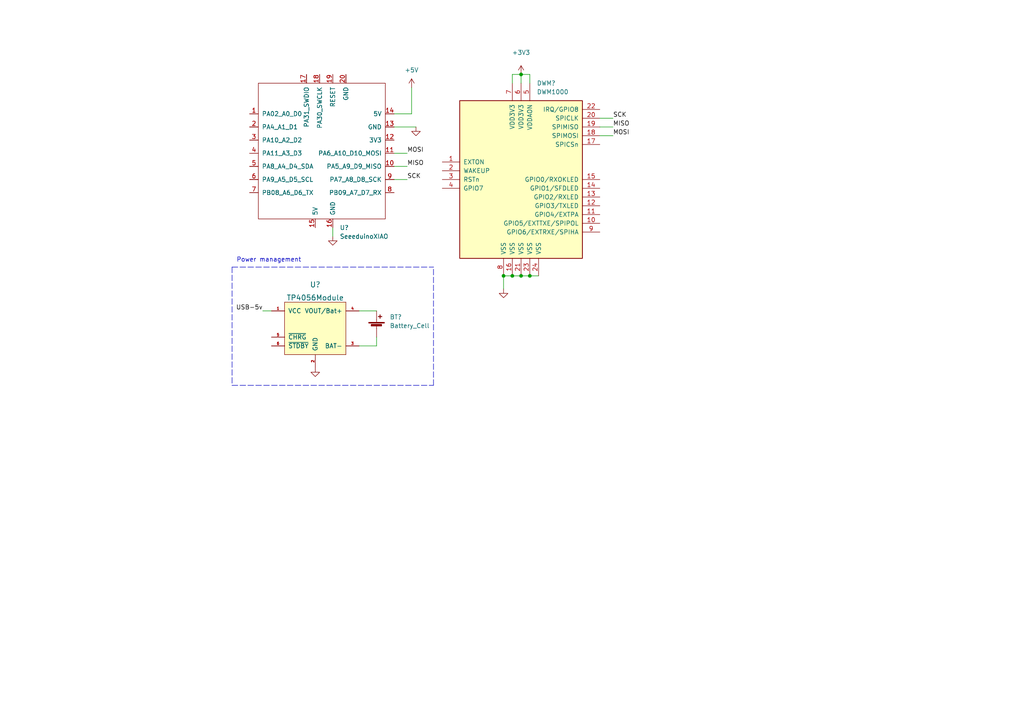
<source format=kicad_sch>
(kicad_sch (version 20211123) (generator eeschema)
  (paper "A4")
  (lib_symbols
    (symbol "Device:Battery_Cell" (pin_numbers hide) (pin_names (offset 0) hide)
      (property "Reference" "BT" (at 2.54 2.54 0))
      (property "Value" "Battery_Cell" (at 2.54 0 0))
      (symbol "Battery_Cell_0_1"
        (rectangle (start -2.286 1.778) (end 2.286 1.524) (fill (type outline)))
        (rectangle (start -1.5748 1.1938) (end 1.4732 0.6858) (fill (type outline)))
        (polyline (pts (xy 0 0.762) (xy 0 0)))
        (polyline (pts (xy 0 1.778) (xy 0 2.54)))
        (polyline (pts (xy 0.508 3.429) (xy 1.524 3.429)) (stroke (width 0.254)))
        (polyline (pts (xy 1.016 3.937) (xy 1.016 2.921)) (stroke (width 0.254)))
      )
      (symbol "Battery_Cell_1_1"
        (pin passive line (at 0 5.08 270) (length 2.54) (name "+") (number "1"))
        (pin passive line (at 0 -2.54 90) (length 2.54) (name "-") (number "2"))
      )
    )
    (symbol "RF_Module:DWM1000" (pin_names (offset 1.016))
      (property "Reference" "DWM" (at 7.62 25.4 0))
      (property "Value" "DWM1000" (at 1.27 3.81 0))
      (symbol "DWM1000_0_1"
        (rectangle (start 17.78 22.86) (end -17.78 -22.86) (stroke (width 0.254)) (fill (type background)))
      )
      (symbol "DWM1000_1_1"
        (pin output line (at -22.86 5.08 0) (length 5.08) (name "EXTON") (number "1"))
        (pin bidirectional line (at 22.86 -12.7 180) (length 5.08) (name "GPIO5/EXTTXE/SPIPOL") (number "10"))
        (pin bidirectional line (at 22.86 -10.16 180) (length 5.08) (name "GPIO4/EXTPA") (number "11"))
        (pin bidirectional line (at 22.86 -7.62 180) (length 5.08) (name "GPIO3/TXLED") (number "12"))
        (pin bidirectional line (at 22.86 -5.08 180) (length 5.08) (name "GPIO2/RXLED") (number "13"))
        (pin bidirectional line (at 22.86 -2.54 180) (length 5.08) (name "GPIO1/SFDLED") (number "14"))
        (pin bidirectional line (at 22.86 0 180) (length 5.08) (name "GPIO0/RXOKLED") (number "15"))
        (pin power_in line (at -2.54 -27.94 90) (length 5.08) (name "VSS") (number "16"))
        (pin input line (at 22.86 10.16 180) (length 5.08) (name "SPICSn") (number "17"))
        (pin input line (at 22.86 12.7 180) (length 5.08) (name "SPIMOSI") (number "18"))
        (pin output line (at 22.86 15.24 180) (length 5.08) (name "SPIMISO") (number "19"))
        (pin bidirectional line (at -22.86 2.54 0) (length 5.08) (name "WAKEUP") (number "2"))
        (pin input line (at 22.86 17.78 180) (length 5.08) (name "SPICLK") (number "20"))
        (pin power_in line (at 0 -27.94 90) (length 5.08) (name "VSS") (number "21"))
        (pin bidirectional line (at 22.86 20.32 180) (length 5.08) (name "IRQ/GPIO8") (number "22"))
        (pin power_in line (at 2.54 -27.94 90) (length 5.08) (name "VSS") (number "23"))
        (pin power_in line (at 5.08 -27.94 90) (length 5.08) (name "VSS") (number "24"))
        (pin bidirectional line (at -22.86 0 0) (length 5.08) (name "RSTn") (number "3"))
        (pin bidirectional line (at -22.86 -2.54 0) (length 5.08) (name "GPIO7") (number "4"))
        (pin power_in line (at 2.54 27.94 270) (length 5.08) (name "VDDAON") (number "5"))
        (pin power_in line (at 0 27.94 270) (length 5.08) (name "VDD3V3") (number "6"))
        (pin power_in line (at -2.54 27.94 270) (length 5.08) (name "VDD3V3") (number "7"))
        (pin power_in line (at -5.08 -27.94 90) (length 5.08) (name "VSS") (number "8"))
        (pin bidirectional line (at 22.86 -15.24 180) (length 5.08) (name "GPIO6/EXTRXE/SPIHA") (number "9"))
      )
    )
    (symbol "Seeduino:SeeeduinoXIAO" (pin_names (offset 1.016))
      (property "Reference" "U" (at -19.05 22.86 0))
      (property "Value" "SeeeduinoXIAO" (at -12.7 21.59 0))
      (symbol "SeeeduinoXIAO_0_1"
        (rectangle (start -19.05 20.32) (end 17.78 -19.05))
      )
      (symbol "SeeeduinoXIAO_1_1"
        (pin unspecified line (at -21.59 11.43 0) (length 2.54) (name "PA02_A0_D0") (number "1"))
        (pin unspecified line (at 20.32 -3.81 180) (length 2.54) (name "PA5_A9_D9_MISO") (number "10"))
        (pin unspecified line (at 20.32 0 180) (length 2.54) (name "PA6_A10_D10_MOSI") (number "11"))
        (pin unspecified line (at 20.32 3.81 180) (length 2.54) (name "3V3") (number "12"))
        (pin unspecified line (at 20.32 7.62 180) (length 2.54) (name "GND") (number "13"))
        (pin unspecified line (at 20.32 11.43 180) (length 2.54) (name "5V") (number "14"))
        (pin input line (at -2.54 -21.59 90) (length 2.54) (name "5V") (number "15"))
        (pin input line (at 2.54 -21.59 90) (length 2.54) (name "GND") (number "16"))
        (pin input line (at -5.08 22.86 270) (length 2.54) (name "PA31_SWDIO") (number "17"))
        (pin input line (at -1.27 22.86 270) (length 2.54) (name "PA30_SWCLK") (number "18"))
        (pin input line (at 2.54 22.86 270) (length 2.54) (name "RESET") (number "19"))
        (pin unspecified line (at -21.59 7.62 0) (length 2.54) (name "PA4_A1_D1") (number "2"))
        (pin input line (at 6.35 22.86 270) (length 2.54) (name "GND") (number "20"))
        (pin unspecified line (at -21.59 3.81 0) (length 2.54) (name "PA10_A2_D2") (number "3"))
        (pin unspecified line (at -21.59 0 0) (length 2.54) (name "PA11_A3_D3") (number "4"))
        (pin unspecified line (at -21.59 -3.81 0) (length 2.54) (name "PA8_A4_D4_SDA") (number "5"))
        (pin unspecified line (at -21.59 -7.62 0) (length 2.54) (name "PA9_A5_D5_SCL") (number "6"))
        (pin unspecified line (at -21.59 -11.43 0) (length 2.54) (name "PB08_A6_D6_TX") (number "7"))
        (pin unspecified line (at 20.32 -11.43 180) (length 2.54) (name "PB09_A7_D7_RX") (number "8"))
        (pin unspecified line (at 20.32 -7.62 180) (length 2.54) (name "PA7_A8_D8_SCK") (number "9"))
      )
    )
    (symbol "power:+3.3V" (power) (pin_names (offset 0))
      (property "Value" "+3.3V" (at 0 3.556 0))
      (symbol "+3.3V_0_1"
        (polyline (pts (xy -0.762 1.27) (xy 0 2.54)))
        (polyline (pts (xy 0 0) (xy 0 2.54)))
        (polyline (pts (xy 0 2.54) (xy 0.762 1.27)))
      )
      (symbol "+3.3V_1_1"
        (pin power_in line (at 0 0 90) (length 0) hide (name "+3V3") (number "1"))
      )
    )
    (symbol "power:+5V" (power) (pin_names (offset 0))
      (property "Value" "+5V" (at 0 3.556 0))
      (symbol "+5V_0_1"
        (polyline (pts (xy -0.762 1.27) (xy 0 2.54)))
        (polyline (pts (xy 0 0) (xy 0 2.54)))
        (polyline (pts (xy 0 2.54) (xy 0.762 1.27)))
      )
      (symbol "+5V_1_1"
        (pin power_in line (at 0 0 90) (length 0) hide (name "+5V") (number "1"))
      )
    )
    (symbol "power:GND" (power) (pin_names (offset 0))
      (property "Value" "GND" (at 0 -3.81 0))
      (symbol "GND_0_1"
        (polyline (pts (xy 0 0) (xy 0 -1.27) (xy 1.27 -1.27) (xy 0 -2.54) (xy -1.27 -1.27) (xy 0 -1.27)))
      )
      (symbol "GND_1_1"
        (pin power_in line (at 0 0 270) (length 0) hide (name "GND") (number "1"))
      )
    )
    (symbol "zackGen:TP4056Module" (pin_names (offset 1.016))
      (property "Reference" "U?" (at 0 13.97 0))
      (property "Value" "TP4056Module" (at 0 10.16 0))
      (symbol "TP4056Module_0_1"
        (rectangle (start -8.89 8.89) (end 8.89 -6.35) (fill (type background)))
      )
      (symbol "TP4056Module_1_1"
        (pin power_in line (at -12.7 6.35 0) (length 3.81) (name "VCC") (number "1"))
        (pin power_in line (at 0 -10.16 90) (length 3.81) (name "GND") (number "2"))
        (pin power_out line (at 12.7 -3.81 180) (length 3.81) (name "BAT-") (number "3"))
        (pin power_out line (at 12.7 6.35 180) (length 3.81) (name "VOUT/Bat+") (number "4"))
        (pin open_collector line (at -12.7 -1.27 0) (length 3.81) (name "~{CHRG}") (number "5"))
        (pin open_collector line (at -12.7 -3.81 0) (length 3.81) (name "~{STDBY}") (number "6"))
      )
    )
  )
  (junction (at 153.67 80.01))
  (junction (at 148.59 80.01))
  (junction (at 151.13 80.01))
  (junction (at 146.05 80.01))
  (junction (at 151.13 21.59))
  (wire (pts (xy 146.05 80.01) (xy 146.05 83.82)))
  (wire (pts (xy 114.3 44.45) (xy 118.11 44.45)))
  (wire (pts (xy 173.99 39.37) (xy 177.8 39.37)))
  (wire (pts (xy 114.3 52.07) (xy 118.11 52.07)))
  (wire (pts (xy 148.59 80.01) (xy 151.13 80.01)))
  (wire (pts (xy 96.52 66.04) (xy 96.52 68.58)))
  (wire (pts (xy 104.14 100.33) (xy 109.22 100.33)))
  (wire (pts (xy 76.2 90.17) (xy 78.74 90.17)))
  (wire (pts (xy 119.38 25.4) (xy 119.38 33.02)))
  (wire (pts (xy 151.13 24.13) (xy 151.13 21.59)))
  (wire (pts (xy 153.67 80.01) (xy 156.21 80.01)))
  (wire (pts (xy 151.13 80.01) (xy 153.67 80.01)))
  (wire (pts (xy 114.3 48.26) (xy 118.11 48.26)))
  (wire (pts (xy 151.13 21.59) (xy 148.59 21.59)))
  (wire (pts (xy 114.3 33.02) (xy 119.38 33.02)))
  (polyline (pts (xy 67.31 77.47) (xy 125.73 77.47)))
  (wire (pts (xy 146.05 80.01) (xy 148.59 80.01)))
  (wire (pts (xy 151.13 21.59) (xy 153.67 21.59)))
  (wire (pts (xy 148.59 21.59) (xy 148.59 24.13)))
  (polyline (pts (xy 67.31 111.76) (xy 125.73 111.76)))
  (wire (pts (xy 173.99 36.83) (xy 177.8 36.83)))
  (polyline (pts (xy 67.31 77.47) (xy 67.31 111.76)))
  (wire (pts (xy 114.3 36.83) (xy 120.65 36.83)))
  (wire (pts (xy 109.22 100.33) (xy 109.22 97.79)))
  (polyline (pts (xy 125.73 111.76) (xy 125.73 77.47)))
  (wire (pts (xy 153.67 21.59) (xy 153.67 24.13)))
  (wire (pts (xy 173.99 34.29) (xy 177.8 34.29)))
  (wire (pts (xy 104.14 90.17) (xy 109.22 90.17)))
  (text "Power management\n" (at 68.58 76.2 0) (effects (font (size 1.27 1.27)) (justify left bottom)))
  (label "USB-5v" (at 76.2 90.17 180))
  (label "MOSI" (at 118.11 44.45 0))
  (label "MISO" (at 177.8 36.83 0))
  (label "MISO" (at 118.11 48.26 0))
  (label "MOSI" (at 177.8 39.37 0))
  (label "SCK" (at 177.8 34.29 0))
  (label "SCK" (at 118.11 52.07 0))
  (symbol (lib_id "power:GND") (at 91.44 106.68 0) (unit 1)
    (property "Reference" "#PWR?" (effects hide))
    (property "Value" "GND" (effects hide))
  )
  (symbol (lib_id "power:GND") (at 96.52 68.58 0) (unit 1)
    (property "Reference" "#PWR?" (effects hide))
    (property "Value" "GND" (effects hide))
  )
  (symbol (lib_id "power:GND") (at 120.65 36.83 0) (unit 1)
    (property "Reference" "#PWR?" (effects hide))
    (property "Value" "GND" (effects hide))
  )
  (symbol (lib_id "power:+5V") (at 119.38 25.4 0) (unit 1)
    (property "Reference" "#PWR?" (effects hide))
    (property "Value" "+5V" (at 119.38 20.32 0))
  )
  (symbol (lib_id "Seeduino:SeeeduinoXIAO") (at 93.98 44.45 0) (unit 1)
    (property "Reference" "U?" (at 98.5394 66.04 0) (effects (justify left)))
    (property "Value" "SeeeduinoXIAO" (at 98.5394 68.58 0) (effects (justify left)))
  )
  (symbol (lib_id "Device:Battery_Cell") (at 109.22 95.25 0) (unit 1)
    (property "Reference" "BT?" (at 113.03 91.9479 0) (effects (justify left)))
    (property "Value" "Battery_Cell" (at 113.03 94.4879 0) (effects (justify left)))
  )
  (symbol (lib_id "power:+3.3V") (at 151.13 21.59 0) (unit 1)
    (property "Reference" "#PWR?" (effects hide))
    (property "Value" "+3.3V" (at 151.13 15.24 0))
  )
  (symbol (lib_id "power:GND") (at 146.05 83.82 0) (unit 1)
    (property "Reference" "#PWR?" (effects hide))
    (property "Value" "GND" (effects hide))
  )
  (symbol (lib_id "RF_Module:DWM1000") (at 151.13 52.07 0) (unit 1)
    (property "Reference" "DWM?" (at 155.6894 24.13 0) (effects (justify left)))
    (property "Value" "DWM1000" (at 155.6894 26.67 0) (effects (justify left)))
    (property "Footprint" "RF_Module:DWM1000" (effects hide))
    (property "Datasheet" "https://www.decawave.com/sites/default/files/resources/dwm1000-datasheet-v1.3.pdf" (effects hide))
  )
  (symbol (lib_id "zackGen:TP4056Module") (at 91.44 96.52 0) (unit 1)
    (property "Reference" "U?" (at 91.44 82.55 0) (effects (font (size 1.524 1.524))))
    (property "Value" "TP4056Module" (at 91.44 86.36 0) (effects (font (size 1.524 1.524))))
  )
)
</source>
